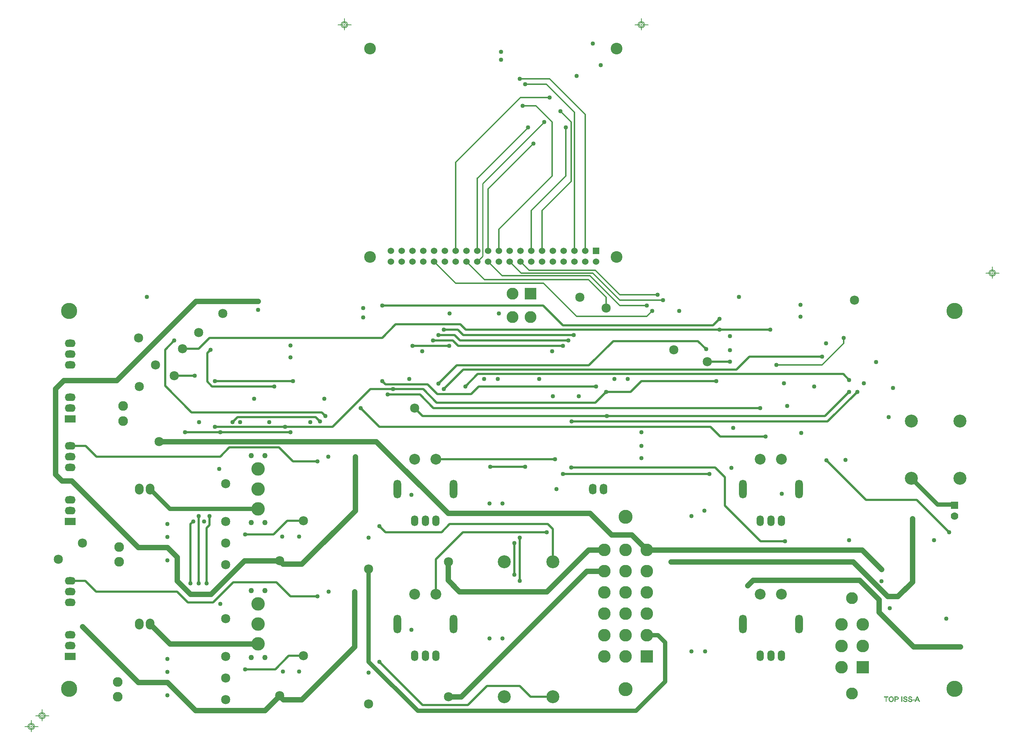
<source format=gbr>
*
*
G04 PADS VX.2.2 Build Number: 7607494 generated Gerber (RS-274-X) file*
G04 PC Version=2.1*
*
%IN "D3005H100_A.PCB"*%
*
%MOIN*%
*
%FSLAX35Y35*%
*
*
*
*
G04 PC Standard Apertures*
*
*
G04 Thermal Relief Aperture macro.*
%AMTER*
1,1,$1,0,0*
1,0,$1-$2,0,0*
21,0,$3,$4,0,0,45*
21,0,$3,$4,0,0,135*
%
*
*
G04 Annular Aperture macro.*
%AMANN*
1,1,$1,0,0*
1,0,$2,0,0*
%
*
*
G04 Odd Aperture macro.*
%AMODD*
1,1,$1,0,0*
1,0,$1-0.005,0,0*
%
*
*
G04 PC Custom Aperture Macros*
*
*
*
*
*
*
G04 PC Aperture Table*
*
%ADD010C,0.01*%
%ADD011C,0.012*%
%ADD012C,0.005*%
%ADD013C,0.09*%
%ADD014C,0.1*%
%ADD017C,0.12*%
%ADD019O,0.07X0.1*%
%ADD020O,0.1X0.07*%
%ADD021C,0.06*%
%ADD022C,0.07*%
%ADD028C,0.05*%
%ADD032C,0.11*%
%ADD034C,0.13*%
%ADD044C,0.15*%
%ADD057R,0.11X0.11*%
%ADD059C,0.001*%
%ADD061C,0.007*%
%ADD065C,0.02*%
%ADD066C,0.04*%
%ADD070R,0.06X0.06*%
%ADD071R,0.117X0.117*%
%ADD072C,0.117*%
%ADD073R,0.07X0.07*%
%ADD074O,0.08X0.1*%
%ADD075R,0.1X0.07*%
%ADD076O,0.068X0.1*%
%ADD077O,0.071X0.173*%
%ADD078C,0.125*%
%ADD079C,0.085*%
%ADD080C,0.108*%
*
*
*
*
G04 PC Circuitry*
G04 Layer Name D3005H100_A.PCB - circuitry*
%LPD*%
*
G54D59*
G01X912707Y113050D02*
X910806Y117771D01*
X910136*
X908235Y113050*
X908862*
X909386Y114490*
X909433Y114523*
X911509*
X911556Y114490*
X912080Y113050*
X912707*
X911308Y114959D02*
X909634D01*
X909584Y115009*
X909587Y115027*
X910123Y116433*
X910458Y117304*
X910553Y117299*
X910686Y116833*
X910886Y116299*
X911355Y115026*
X911308Y114959*
X908044Y114892D02*
X906336D01*
Y114456*
X908044*
Y114892*
X905699Y114340D02*
X905635Y114728D01*
X905506Y115048*
X905252Y115303*
X904860Y115498*
X904464Y115630*
X903864Y115764*
X903856Y115766*
X903525Y115899*
X903260Y115965*
X903257Y115966*
X903056Y116033*
X903027Y116058*
X902963Y116185*
X902835Y116313*
X902822Y116336*
X902755Y116604*
X902754Y116616*
X902755Y116628*
X902822Y116896*
X902831Y116914*
X903031Y117182*
X903053Y117198*
X903388Y117332*
X903399Y117335*
X903868Y117402*
X903883*
X904285Y117335*
X904295Y117332*
X904630Y117198*
X904647Y117187*
X904915Y116919*
X904929Y116892*
X904989Y116532*
X905557*
X905501Y116870*
X905373Y117191*
X905118Y117446*
X904726Y117641*
X904333Y117772*
X903808Y117838*
X903351Y117773*
X902959Y117642*
X902634Y117447*
X902377Y117191*
X902249Y116870*
X902185Y116549*
X902249Y116231*
X902376Y115976*
X902567Y115785*
X903225Y115390*
X904557Y115057*
X904567Y115054*
X904835Y114920*
X904854Y114903*
X904988Y114702*
X904993Y114693*
X905127Y114358*
X905130Y114339*
Y114138*
X905125Y114116*
X904991Y113848*
X904982Y113835*
X904848Y113701*
X904835Y113692*
X904567Y113558*
X904555Y113554*
X903953Y113420*
X903942Y113419*
X903607*
X903589Y113422*
X903254Y113556*
X903242Y113563*
X902974Y113764*
X902969Y113768*
X902768Y113969*
X902757Y113986*
X902623Y114321*
X902621Y114329*
X902562Y114624*
X901991*
X902049Y114219*
X902244Y113763*
X902503Y113439*
X902891Y113180*
X903415Y113049*
X904008Y112983*
X904466Y113049*
X904860Y113180*
X905249Y113375*
X905505Y113695*
X905635Y114019*
X905699Y114340*
X901213D02*
X901148Y114728D01*
X901020Y115048*
X900765Y115303*
X900374Y115498*
X899978Y115630*
X899378Y115764*
X899370Y115766*
X899038Y115899*
X898774Y115965*
X898770Y115966*
X898569Y116033*
X898540Y116058*
X898477Y116185*
X898349Y116313*
X898335Y116336*
X898268Y116604*
X898267Y116616*
X898268Y116628*
X898335Y116896*
X898344Y116914*
X898545Y117182*
X898566Y117198*
X898901Y117332*
X898913Y117335*
X899381Y117402*
X899397*
X899798Y117335*
X899809Y117332*
X900144Y117198*
X900160Y117187*
X900428Y116919*
X900442Y116892*
X900502Y116532*
X901070*
X901014Y116870*
X900886Y117191*
X900631Y117446*
X900240Y117641*
X899846Y117772*
X899322Y117838*
X898864Y117773*
X898472Y117642*
X898147Y117447*
X897891Y117191*
X897762Y116870*
X897698Y116549*
X897762Y116231*
X897889Y115976*
X898080Y115785*
X898738Y115390*
X900070Y115057*
X900080Y115054*
X900348Y114920*
X900367Y114903*
X900501Y114702*
X900506Y114693*
X900640Y114358*
X900644Y114339*
Y114138*
X900638Y114116*
X900505Y113848*
X900495Y113835*
X900361Y113701*
X900348Y113692*
X900080Y113558*
X900069Y113554*
X899466Y113420*
X899455Y113419*
X899121*
X899102Y113422*
X898767Y113556*
X898756Y113563*
X898488Y113764*
X898483Y113768*
X898282Y113969*
X898271Y113986*
X898137Y114321*
X898134Y114329*
X898075Y114624*
X897504*
X897562Y114219*
X897758Y113763*
X898016Y113439*
X898404Y113180*
X898929Y113049*
X899522Y112983*
X899980Y113049*
X900374Y113180*
X900762Y113375*
X901019Y113695*
X901148Y114019*
X901213Y114340*
X896459Y117771D02*
X895889D01*
Y113050*
X896459*
Y117771*
X892977Y116740D02*
X892849Y117060D01*
X892654Y117320*
X892464Y117510*
X891874Y117706*
X891614Y117771*
X889461*
Y113050*
X890030*
Y115009*
X890080Y115059*
X891750*
X892075Y115124*
X892396Y115252*
X892587Y115443*
X892912Y115898*
X892977Y116418*
Y116740*
X892407Y116683D02*
Y116415D01*
X892406Y116405*
X892339Y116071*
X892333Y116055*
X892132Y115720*
X892108Y115699*
X891773Y115565*
X891762Y115562*
X891293Y115495*
X891286*
X890080*
X890030Y115545*
Y117286*
X890080Y117336*
X891621*
X891636Y117333*
X892038Y117199*
X892058Y117187*
X892259Y116986*
X892268Y116973*
X892402Y116705*
X892407Y116683*
X888490Y115410D02*
X888424Y116070D01*
X888227Y116660*
X887900Y117118*
X887442Y117511*
X886853Y117773*
X886264Y117838*
X885805Y117772*
X885346Y117641*
X885020Y117445*
X884691Y117183*
X884364Y116789*
X884169Y116400*
X884037Y115343*
X884103Y114752*
X884300Y114161*
X884626Y113704*
X885085Y113311*
X885674Y113049*
X886263Y112983*
X886854Y113049*
X887376Y113245*
X887835Y113638*
X888228Y114097*
X888424Y114684*
X888490Y115410*
X887921Y115411D02*
X887921D01*
X887920Y115402*
X887786Y114599*
X887781Y114585*
X887447Y113915*
X887431Y113897*
X886962Y113562*
X886943Y113554*
X886273Y113420*
X886253*
X885650Y113554*
X885634Y113560*
X885099Y113895*
X885099D02*
X885081Y113913D01*
X884746Y114516*
X884741Y114532*
X884607Y115336*
X884606Y115344*
Y115813*
X884606D02*
X884608Y115826D01*
X884742Y116295*
X884744Y116300*
X884878Y116635*
X884884Y116646*
X885085Y116914*
X885099Y116926*
X885099D02*
X885634Y117261D01*
X885650Y117268*
X886253Y117401*
X886270Y117402*
X886739Y117335*
X886755Y117330*
X886755D02*
X887156Y117130D01*
X887165Y117124*
X887500Y116856*
X887513Y116839*
X887714Y116438*
X887718Y116429*
X887852Y115960*
X887853Y115953*
X887920Y115417*
X887921Y115411*
X883468Y117771D02*
X879684D01*
Y117336*
X881241*
X881291Y117286*
Y113050*
X881861*
Y117286*
X881911Y117336*
X883468*
Y117771*
X879700Y117336D02*
Y117771D01*
X879800Y117336D02*
Y117771D01*
X879900Y117336D02*
Y117771D01*
X880000Y117336D02*
Y117771D01*
X880100Y117336D02*
Y117771D01*
X880200Y117336D02*
Y117771D01*
X880300Y117336D02*
Y117771D01*
X880400Y117336D02*
Y117771D01*
X880500Y117336D02*
Y117771D01*
X880600Y117336D02*
Y117771D01*
X880700Y117336D02*
Y117771D01*
X880800Y117336D02*
Y117771D01*
X880900Y117336D02*
Y117771D01*
X881000Y117336D02*
Y117771D01*
X881100Y117336D02*
Y117771D01*
X881200Y117336D02*
Y117771D01*
X881300Y113050D02*
Y117771D01*
X881400Y113050D02*
Y117771D01*
X881500Y113050D02*
Y117771D01*
X881600Y113050D02*
Y117771D01*
X881700Y113050D02*
Y117771D01*
X881800Y113050D02*
Y117771D01*
X881900Y117335D02*
Y117771D01*
X882000Y117336D02*
Y117771D01*
X882100Y117336D02*
Y117771D01*
X882200Y117336D02*
Y117771D01*
X882300Y117336D02*
Y117771D01*
X882400Y117336D02*
Y117771D01*
X882500Y117336D02*
Y117771D01*
X882600Y117336D02*
Y117771D01*
X882700Y117336D02*
Y117771D01*
X882800Y117336D02*
Y117771D01*
X882900Y117336D02*
Y117771D01*
X883000Y117336D02*
Y117771D01*
X883100Y117336D02*
Y117771D01*
X883200Y117336D02*
Y117771D01*
X883300Y117336D02*
Y117771D01*
X883400Y117336D02*
Y117771D01*
X884100Y114776D02*
Y115848D01*
X884200Y114460D02*
Y116462D01*
X884300Y114161D02*
Y116662D01*
X884400Y114021D02*
Y116833D01*
X884500Y113881D02*
Y116953D01*
X884600Y113741D02*
Y117073D01*
X884700Y113641D02*
Y114777D01*
Y116148D02*
Y117190D01*
X884800Y113555D02*
Y114420D01*
Y116440D02*
Y117270D01*
X884900Y113469D02*
Y114240D01*
Y116667D02*
Y117350D01*
X885000Y113383D02*
Y114060D01*
Y116801D02*
Y117430D01*
X885100Y113304D02*
Y113894D01*
Y116927D02*
Y117494D01*
X885200Y113259D02*
Y113832D01*
Y116990D02*
Y117554D01*
X885300Y113215D02*
Y113769D01*
Y117052D02*
Y117614D01*
X885400Y113171D02*
Y113707D01*
Y117115D02*
Y117657D01*
X885500Y113126D02*
Y113644D01*
Y117177D02*
Y117685D01*
X885600Y113082D02*
Y113582D01*
Y117240D02*
Y117714D01*
X885700Y113046D02*
Y113543D01*
Y117279D02*
Y117742D01*
X885800Y113035D02*
Y113521D01*
Y117301D02*
Y117771D01*
X885900Y113024D02*
Y113498D01*
Y117323D02*
Y117786D01*
X886000Y113013D02*
Y113476D01*
Y117345D02*
Y117800D01*
X886100Y113001D02*
Y113454D01*
Y117368D02*
Y117815D01*
X886200Y112990D02*
Y113432D01*
Y117390D02*
Y117829D01*
X886300Y112987D02*
Y113425D01*
Y117398D02*
Y117834D01*
X886400Y112999D02*
Y113445D01*
Y117384D02*
Y117823D01*
X886500Y113010D02*
Y113465D01*
Y117369D02*
Y117812D01*
X886600Y113021D02*
Y113485D01*
Y117355D02*
Y117801D01*
X886700Y113032D02*
Y113505D01*
Y117341D02*
Y117790D01*
X886800Y113043D02*
Y113525D01*
Y117308D02*
Y117778D01*
X886900Y113066D02*
Y113545D01*
Y117258D02*
Y117752D01*
X887000Y113104D02*
Y113589D01*
Y117208D02*
Y117707D01*
X887100Y113141D02*
Y113660D01*
Y117158D02*
Y117663D01*
X887200Y113179D02*
Y113732D01*
Y117096D02*
Y117618D01*
X887300Y113216D02*
Y113803D01*
Y117016D02*
Y117574D01*
X887400Y113265D02*
Y113875D01*
Y116936D02*
Y117529D01*
X887500Y113351D02*
Y114022D01*
Y116856D02*
Y117461D01*
X887600Y113437D02*
Y114222D01*
Y116666D02*
Y117375D01*
X887700Y113522D02*
Y114422D01*
Y116466D02*
Y117290D01*
X887800Y113608D02*
Y114683D01*
Y116141D02*
Y117204D01*
X887900Y113714D02*
Y115283D01*
Y115578D02*
Y117118D01*
X888000Y113831D02*
Y116978D01*
X888100Y113947D02*
Y116838D01*
X888200Y114064D02*
Y116698D01*
X888300Y114313D02*
Y116442D01*
X888400Y114613D02*
Y116142D01*
X889500Y113050D02*
Y117771D01*
X889600Y113050D02*
Y117771D01*
X889700Y113050D02*
Y117771D01*
X889800Y113050D02*
Y117771D01*
X889900Y113050D02*
Y117771D01*
X890000Y113050D02*
Y117771D01*
X890100Y115059D02*
Y115495D01*
Y117336D02*
Y117771D01*
X890200Y115059D02*
Y115495D01*
Y117336D02*
Y117771D01*
X890300Y115059D02*
Y115495D01*
Y117336D02*
Y117771D01*
X890400Y115059D02*
Y115495D01*
Y117336D02*
Y117771D01*
X890500Y115059D02*
Y115495D01*
Y117336D02*
Y117771D01*
X890600Y115059D02*
Y115495D01*
Y117336D02*
Y117771D01*
X890700Y115059D02*
Y115495D01*
Y117336D02*
Y117771D01*
X890800Y115059D02*
Y115495D01*
Y117336D02*
Y117771D01*
X890900Y115059D02*
Y115495D01*
Y117336D02*
Y117771D01*
X891000Y115059D02*
Y115495D01*
Y117336D02*
Y117771D01*
X891100Y115059D02*
Y115495D01*
Y117336D02*
Y117771D01*
X891200Y115059D02*
Y115495D01*
Y117336D02*
Y117771D01*
X891300Y115059D02*
Y115496D01*
Y117336D02*
Y117771D01*
X891400Y115059D02*
Y115510D01*
Y117336D02*
Y117771D01*
X891500Y115059D02*
Y115525D01*
Y117336D02*
Y117771D01*
X891600Y115059D02*
Y115539D01*
Y117336D02*
Y117771D01*
X891700Y115059D02*
Y115553D01*
Y117312D02*
Y117750D01*
X891800Y115069D02*
Y115576D01*
Y117279D02*
Y117725D01*
X891900Y115089D02*
Y115616D01*
Y117245D02*
Y117698D01*
X892000Y115109D02*
Y115656D01*
Y117212D02*
Y117665D01*
X892100Y115134D02*
Y115696D01*
Y117145D02*
Y117631D01*
X892200Y115174D02*
Y115833D01*
Y117045D02*
Y117598D01*
X892300Y115214D02*
Y116000D01*
Y116909D02*
Y117565D01*
X892400Y115256D02*
Y116375D01*
Y116709D02*
Y117531D01*
X892500Y115356D02*
Y117474D01*
X892600Y115462D02*
Y117374D01*
X892700Y115602D02*
Y117259D01*
X892800Y115742D02*
Y117125D01*
X892900Y115882D02*
Y116932D01*
X895900Y113050D02*
Y117771D01*
X896000Y113050D02*
Y117771D01*
X896100Y113050D02*
Y117771D01*
X896200Y113050D02*
Y117771D01*
X896300Y113050D02*
Y117771D01*
X896400Y113050D02*
Y117771D01*
X897600Y114130D02*
Y114624D01*
X897700Y113897D02*
Y114624D01*
Y116541D02*
Y116558D01*
X897800Y113710D02*
Y114624D01*
Y116155D02*
Y116964D01*
X897900Y113585D02*
Y114624D01*
Y115965D02*
Y117200D01*
X898000Y113460D02*
Y114624D01*
Y115865D02*
Y117300D01*
X898100Y113383D02*
Y114500D01*
Y115773D02*
Y117400D01*
X898200Y113317D02*
Y114162D01*
Y115713D02*
Y117479D01*
X898300Y113250D02*
Y113951D01*
Y115653D02*
Y116478D01*
Y116754D02*
Y117539D01*
X898400Y113183D02*
Y113851D01*
Y115593D02*
Y116261D01*
Y116989D02*
Y117599D01*
X898500Y113156D02*
Y113754D01*
Y115533D02*
Y116138D01*
Y117122D02*
Y117651D01*
X898600Y113131D02*
Y113679D01*
Y115473D02*
Y116023D01*
Y117212D02*
Y117684D01*
X898700Y113106D02*
Y113604D01*
Y115413D02*
Y115989D01*
Y117252D02*
Y117718D01*
X898800Y113081D02*
Y113543D01*
Y115375D02*
Y115958D01*
Y117292D02*
Y117751D01*
X898900Y113056D02*
Y113503D01*
Y115350D02*
Y115933D01*
Y117332D02*
Y117778D01*
X899000Y113041D02*
Y113463D01*
Y115325D02*
Y115908D01*
Y117348D02*
Y117792D01*
X899100Y113030D02*
Y113423D01*
Y115300D02*
Y115874D01*
Y117362D02*
Y117806D01*
X899200Y113019D02*
Y113419D01*
Y115275D02*
Y115834D01*
Y117376D02*
Y117821D01*
X899300Y113008D02*
Y113419D01*
Y115250D02*
Y115794D01*
Y117391D02*
Y117835D01*
X899400Y112997D02*
Y113419D01*
Y115225D02*
Y115759D01*
Y117401D02*
Y117828D01*
X899500Y112986D02*
Y113427D01*
Y115200D02*
Y115736D01*
Y117385D02*
Y117816D01*
X899600Y112995D02*
Y113450D01*
Y115175D02*
Y115714D01*
Y117368D02*
Y117803D01*
X899700Y113009D02*
Y113472D01*
Y115150D02*
Y115692D01*
Y117351D02*
Y117791D01*
X899800Y113023D02*
Y113494D01*
Y115125D02*
Y115670D01*
Y117335D02*
Y117778D01*
X899900Y113037D02*
Y113516D01*
Y115100D02*
Y115648D01*
Y117296D02*
Y117754D01*
X900000Y113056D02*
Y113539D01*
Y115075D02*
Y115623D01*
Y117256D02*
Y117721D01*
X900100Y113089D02*
Y113568D01*
Y115044D02*
Y115590D01*
Y117216D02*
Y117688D01*
X900200Y113122D02*
Y113618D01*
Y114994D02*
Y115556D01*
Y117147D02*
Y117654D01*
X900300Y113156D02*
Y113668D01*
Y114944D02*
Y115523D01*
Y117047D02*
Y117611D01*
X900400Y113193D02*
Y113740D01*
Y114854D02*
Y115485D01*
Y116947D02*
Y117561D01*
X900500Y113243D02*
Y113841D01*
Y114704D02*
Y115435D01*
Y116545D02*
Y117511D01*
X900600Y113293D02*
Y114039D01*
Y114458D02*
Y115385D01*
Y116532D02*
Y117461D01*
X900700Y113343D02*
Y115335D01*
Y116532D02*
Y117377D01*
X900800Y113422D02*
Y115268D01*
Y116532D02*
Y117277D01*
X900900Y113547D02*
Y115168D01*
Y116532D02*
Y117156D01*
X901000Y113672D02*
Y115068D01*
Y116532D02*
Y116906D01*
X901100Y113898D02*
Y114848D01*
X901200Y114277D02*
Y114416D01*
X902000Y114559D02*
Y114624D01*
X902100Y114099D02*
Y114624D01*
X902200Y113866D02*
Y114624D01*
Y116474D02*
Y116625D01*
X902300Y113693D02*
Y114624D01*
Y116128D02*
Y116997D01*
X902400Y113568D02*
Y114624D01*
Y115952D02*
Y117213D01*
X902500Y113443D02*
Y114624D01*
Y115852D02*
Y117313D01*
X902600Y113374D02*
Y114433D01*
Y115765D02*
Y117413D01*
X902700Y113308D02*
Y114129D01*
Y115705D02*
Y117487D01*
X902800Y113241D02*
Y113937D01*
Y115645D02*
Y116424D01*
Y116808D02*
Y117547D01*
X902900Y113178D02*
Y113837D01*
Y115585D02*
Y116248D01*
Y117007D02*
Y117607D01*
X903000Y113153D02*
Y113744D01*
Y115525D02*
Y116111D01*
Y117140D02*
Y117656D01*
X903100Y113128D02*
Y113669D01*
Y115465D02*
Y116018D01*
Y117217D02*
Y117689D01*
X903200Y113103D02*
Y113594D01*
Y115405D02*
Y115985D01*
Y117257D02*
Y117722D01*
X903300Y113078D02*
Y113538D01*
Y115372D02*
Y115955D01*
Y117297D02*
Y117756D01*
X903400Y113053D02*
Y113498D01*
Y115347D02*
Y115930D01*
Y117335D02*
Y117780D01*
X903500Y113040D02*
Y113458D01*
Y115322D02*
Y115905D01*
Y117350D02*
Y117794D01*
X903600Y113029D02*
Y113419D01*
Y115297D02*
Y115869D01*
Y117364D02*
Y117808D01*
X903700Y113018D02*
Y113419D01*
Y115272D02*
Y115829D01*
Y117378D02*
Y117822D01*
X903800Y113007D02*
Y113419D01*
Y115247D02*
Y115789D01*
Y117392D02*
Y117837D01*
X903900Y112995D02*
Y113419D01*
Y115222D02*
Y115756D01*
Y117399D02*
Y117827D01*
X904000Y112984D02*
Y113430D01*
Y115197D02*
Y115734D01*
Y117383D02*
Y117814D01*
X904100Y112997D02*
Y113453D01*
Y115172D02*
Y115711D01*
Y117366D02*
Y117802D01*
X904200Y113011D02*
Y113475D01*
Y115147D02*
Y115689D01*
Y117349D02*
Y117789D01*
X904300Y113025D02*
Y113497D01*
Y115122D02*
Y115667D01*
Y117330D02*
Y117777D01*
X904400Y113039D02*
Y113519D01*
Y115097D02*
Y115645D01*
Y117290D02*
Y117750D01*
X904500Y113060D02*
Y113542D01*
Y115072D02*
Y115618D01*
Y117250D02*
Y117717D01*
X904600Y113093D02*
Y113574D01*
Y115037D02*
Y115585D01*
Y117210D02*
Y117683D01*
X904700Y113127D02*
Y113624D01*
Y114987D02*
Y115552D01*
Y117134D02*
Y117650D01*
X904800Y113160D02*
Y113674D01*
Y114937D02*
Y115518D01*
Y117034D02*
Y117604D01*
X904900Y113200D02*
Y113753D01*
Y114834D02*
Y115478D01*
Y116934D02*
Y117554D01*
X905000Y113250D02*
Y113866D01*
Y114675D02*
Y115428D01*
Y116532D02*
Y117504D01*
X905100Y113300D02*
Y114066D01*
Y114425D02*
Y115378D01*
Y116532D02*
Y117454D01*
X905200Y113350D02*
Y115328D01*
Y116532D02*
Y117363D01*
X905300Y113438D02*
Y115254D01*
Y116532D02*
Y117263D01*
X905400Y113563D02*
Y115154D01*
Y116532D02*
Y117122D01*
X905500Y113688D02*
Y115054D01*
Y116532D02*
Y116872D01*
X905600Y113931D02*
Y114814D01*
X906400Y114456D02*
Y114892D01*
X906500Y114456D02*
Y114892D01*
X906600Y114456D02*
Y114892D01*
X906700Y114456D02*
Y114892D01*
X906800Y114456D02*
Y114892D01*
X906900Y114456D02*
Y114892D01*
X907000Y114456D02*
Y114892D01*
X907100Y114456D02*
Y114892D01*
X907200Y114456D02*
Y114892D01*
X907300Y114456D02*
Y114892D01*
X907400Y114456D02*
Y114892D01*
X907500Y114456D02*
Y114892D01*
X907600Y114456D02*
Y114892D01*
X907700Y114456D02*
Y114892D01*
X907800Y114456D02*
Y114892D01*
X907900Y114456D02*
Y114892D01*
X908000Y114456D02*
Y114892D01*
X908300Y113050D02*
Y113212D01*
X908400Y113050D02*
Y113460D01*
X908500Y113050D02*
Y113709D01*
X908600Y113050D02*
Y113957D01*
X908700Y113050D02*
Y114205D01*
X908800Y113050D02*
Y114453D01*
X908900Y113154D02*
Y114702D01*
X909000Y113429D02*
Y114950D01*
X909100Y113704D02*
Y115198D01*
X909200Y113979D02*
Y115446D01*
X909300Y114254D02*
Y115695D01*
X909400Y114511D02*
Y115943D01*
X909500Y114523D02*
Y116191D01*
X909600Y114523D02*
Y114972D01*
Y115060D02*
Y116440D01*
X909700Y114523D02*
Y114959D01*
Y115323D02*
Y116688D01*
X909800Y114523D02*
Y114959D01*
Y115585D02*
Y116936D01*
X909900Y114523D02*
Y114959D01*
Y115848D02*
Y117184D01*
X910000Y114523D02*
Y114959D01*
Y116110D02*
Y117433D01*
X910100Y114523D02*
Y114959D01*
Y116373D02*
Y117681D01*
X910200Y114523D02*
Y114959D01*
Y116633D02*
Y117771D01*
X910300Y114523D02*
Y114959D01*
Y116893D02*
Y117771D01*
X910400Y114523D02*
Y114959D01*
Y117153D02*
Y117771D01*
X910500Y114523D02*
Y114959D01*
Y117336D02*
Y117771D01*
X910600Y114523D02*
Y114959D01*
Y117133D02*
Y117771D01*
X910700Y114523D02*
Y114959D01*
Y116795D02*
Y117771D01*
X910800Y114523D02*
Y114959D01*
Y116528D02*
Y117771D01*
X910900Y114523D02*
Y114959D01*
Y116261D02*
Y117537D01*
X911000Y114523D02*
Y114959D01*
Y115990D02*
Y117289D01*
X911100Y114523D02*
Y114959D01*
Y115718D02*
Y117040D01*
X911200Y114523D02*
Y114959D01*
Y115447D02*
Y116792D01*
X911300Y114523D02*
Y114959D01*
Y115175D02*
Y116544D01*
X911400Y114523D02*
Y116295D01*
X911500Y114523D02*
Y116047D01*
X911600Y114369D02*
Y115799D01*
X911700Y114094D02*
Y115551D01*
X911800Y113819D02*
Y115302D01*
X911900Y113544D02*
Y115054D01*
X912000Y113269D02*
Y114806D01*
X912100Y113050D02*
Y114558D01*
X912200Y113050D02*
Y114309D01*
X912300Y113050D02*
Y114061D01*
X912400Y113050D02*
Y113813D01*
X912500Y113050D02*
Y113564D01*
X912600Y113050D02*
Y113316D01*
X912700Y113050D02*
Y113068D01*
*
G04 PC Custom Flashes*
G04 Layer Name D3005H100_A.PCB - flashes*
%LPD*%
*
*
G04 PC Circuitry*
G04 Layer Name D3005H100_A.PCB - circuitry*
%LPD*%
*
G54D10*
X503000Y520600D02*
X503000D01*
X508000Y525600*
Y593000*
X565000Y650000*
X503000Y598000D02*
X550000Y645000D01*
X550000*
G54D11*
X780000Y425000D02*
X822500D01*
X842500Y445000*
Y450000*
X463000Y520600D02*
X483100Y500500D01*
X564500*
X595000Y470000*
X660000*
X665000Y475000*
X483000Y530600D02*
Y612500D01*
X543000Y672500*
X570000*
X493000Y520600D02*
X509600Y504000D01*
X606000*
X622500Y487500*
Y477500*
X503000Y530600D02*
Y598000D01*
X513000Y520600D02*
X526100Y507500D01*
X607500*
X635000Y480000*
X660000*
X513000Y530600D02*
Y588000D01*
X555000Y630000*
X555000*
X523000Y530600D02*
Y550500D01*
X523000*
X572500Y600000*
Y650000*
X533000Y520600D02*
X543600Y510000D01*
X610000*
X635000Y485000*
X675000*
X543000Y520600D02*
X551100Y512500D01*
X612500*
X635000Y490000*
X670000*
X553000Y530600D02*
Y568000D01*
X563000Y530600D02*
Y568000D01*
X590000Y595000*
Y650000*
X553000Y568000D02*
X585000Y600000D01*
Y645000*
X572500Y650000D02*
X557500Y665000D01*
X545000*
X593000Y659000D02*
Y650000D01*
Y530600*
X580000Y660000D02*
X580000D01*
X590000Y650000*
X542500Y690000D02*
X570000D01*
X603000Y657000*
Y530600*
X547500Y685000D02*
X567000D01*
X593000Y659000*
G54D12*
X980000Y510000D02*
Y510500D01*
Y510000D02*
X980500D01*
X980000D02*
Y509500D01*
Y510000D02*
X979500D01*
X981500D02*
X986500D01*
X980000Y508500D02*
Y505100D01*
Y511500D02*
Y516000D01*
X974000Y510000D02*
X978500D01*
X983000D02*
G75*
G03X983000I-3000J0D01*
G01X982000D02*
G03X982000I-2000J0D01*
G01X655000Y740000D02*
Y740500D01*
Y740000D02*
X655500D01*
X655000D02*
Y739500D01*
Y740000D02*
X654500D01*
X656500D02*
X661500D01*
X655000Y738500D02*
Y735100D01*
Y741500D02*
Y746000D01*
X649000Y740000D02*
X653500D01*
X658000D02*
G03X658000I-3000J0D01*
G01X657000D02*
G03X657000I-2000J0D01*
G01X380000D02*
Y740500D01*
Y740000D02*
X380500D01*
X380000D02*
Y739500D01*
Y740000D02*
X379500D01*
X381500D02*
X386500D01*
X380000Y738500D02*
Y735100D01*
Y741500D02*
Y746000D01*
X374000Y740000D02*
X378500D01*
X383000D02*
G03X383000I-3000J0D01*
G01X382000D02*
G03X382000I-2000J0D01*
G54D13*
G01X171500Y242500D03*
Y256300D03*
X170000Y117500D03*
Y131300D03*
X175000Y373000D03*
Y386800D03*
G54D14*
X464850Y337600D03*
X445150D03*
X464850Y212600D03*
X445150D03*
X784850Y337600D03*
X765150D03*
X784850Y212600D03*
X765150D03*
G54D17*
X950000Y373000D03*
X905000D03*
X950000Y320000D03*
X905000D03*
X573000Y242500D03*
X528000D03*
X573000Y117500D03*
X528000D03*
G54D19*
X620000Y310000D03*
X610000D03*
G54D20*
X126000Y290000D03*
Y300000D03*
Y330000D03*
Y340000D03*
Y350000D03*
Y165000D03*
Y175000D03*
Y205000D03*
Y215000D03*
Y225000D03*
Y385000D03*
Y395000D03*
Y425000D03*
Y435000D03*
Y445000D03*
G54D21*
X613000Y520600D03*
X603000Y530600D03*
Y520600D03*
X593000Y530600D03*
Y520600D03*
X583000Y530600D03*
Y520600D03*
X573000Y530600D03*
Y520600D03*
X563000Y530600D03*
Y520600D03*
X553000Y530600D03*
Y520600D03*
X543000Y530600D03*
Y520600D03*
X533000Y530600D03*
Y520600D03*
X523000Y530600D03*
Y520600D03*
X513000Y530600D03*
Y520600D03*
X503000Y530600D03*
Y520600D03*
X493000Y530600D03*
Y520600D03*
X483000Y530600D03*
Y520600D03*
X473000Y530600D03*
Y520600D03*
X463000Y530600D03*
Y520600D03*
X453000Y530600D03*
Y520600D03*
X443000Y530600D03*
Y520600D03*
X433000Y530600D03*
Y520600D03*
X423000Y530600D03*
Y520600D03*
G54D22*
X945000Y285000D03*
G54D28*
X293750Y341000D03*
X306250D03*
X293750Y279000D03*
X306250D03*
X293750Y216000D03*
X306250D03*
X293750Y154000D03*
X306250D03*
X320000Y118500D02*
X323500Y115000D01*
X340500*
X389500Y164000*
Y215000*
X476500Y117500D02*
X488200D01*
X604500Y233800*
X620600*
X216000Y131000D02*
X242000Y105000D01*
X306500*
X320000Y118500*
X137500Y182500D02*
X189000Y131000D01*
X216000*
X200000Y185000D02*
X218500Y166500D01*
X300000*
X476000Y225500D02*
Y242000D01*
X476500Y242500*
X476000Y225500D02*
X486500Y215000D01*
X567500*
X606000Y253500*
X620600*
X753500Y220500D02*
X758500Y225500D01*
X857000*
X875000Y207500*
Y196000*
X907000Y164000*
X950500*
X885000Y210500D02*
X892500D01*
X906000Y224000*
Y282500*
X216000Y256000D02*
X225000Y247000D01*
Y225000*
X237500Y212500*
X256500*
X287500Y243500*
X320000*
X323000Y240500*
X340500*
X340500*
X390000Y290000*
Y340000*
X682500Y242500D02*
X851000D01*
X883000Y210500*
X885000*
X660000Y253500D02*
X859500D01*
X877500Y235500*
X137500Y307500D02*
X189000Y256000D01*
X216000*
X112500Y323500D02*
Y403000D01*
X120000Y410500*
X169000*
X242500Y484000*
X300000*
X112500Y323500D02*
X118500Y317500D01*
X127500*
X137500Y307500*
X208500Y354000D02*
X409500D01*
X476000Y287500*
X607500*
X627500Y267500*
X646000*
X660000Y253500*
G54D32*
X850150Y120600D03*
Y208800D03*
X552250Y469150D03*
X535750Y490850D03*
Y469150D03*
G54D34*
X640300Y124500D03*
Y284300D03*
G54D44*
X125000Y125000D03*
Y475000D03*
X945000Y125000D03*
Y475000D03*
G54D57*
X552250Y490850D03*
G54D59*
G54D61*
X100000Y100000D02*
Y100500D01*
Y100000D02*
X100500D01*
X100000D02*
Y99500D01*
Y100000D02*
X99500D01*
X101500D02*
X106500D01*
X100000Y98500D02*
Y95100D01*
Y101500D02*
Y106000D01*
X94000Y100000D02*
X98500D01*
X103000D02*
G03X103000I-3000J0D01*
G01X102000D02*
G03X102000I-2000J0D01*
G01X90000Y90000D02*
Y90500D01*
Y90000D02*
X90500D01*
X90000D02*
Y89500D01*
Y90000D02*
X89500D01*
X91500D02*
X96500D01*
X90000Y88500D02*
Y85100D01*
Y91500D02*
Y96000D01*
X84000Y90000D02*
X88500D01*
X93000D02*
G03X93000I-3000J0D01*
G01X92000D02*
G03X92000I-2000J0D01*
G54D65*
G01X288000Y143000D02*
X316000D01*
X328500Y155500*
X342000*
X412500Y150000D02*
X452500Y110000D01*
X494500*
X512000Y127500*
X542500*
X552500Y117500*
X573000*
X126000Y225000D02*
X140000D01*
X150000Y215000*
X225000*
X235000Y205000*
X258500*
X277000Y223500*
X317000*
X330000Y210500*
X355000*
X245000Y222500D02*
Y285000D01*
X252500Y222500D02*
Y274000D01*
X255000Y276500*
Y285000*
X237500Y222500D02*
Y277500D01*
X240000Y280000*
X464850Y212600D02*
Y245000D01*
X489850Y270000*
X567500*
X288000Y268000D02*
X314500D01*
X327000Y280500*
X342000*
X412500Y275500D02*
X418000Y270000D01*
X470000*
X477500Y277500*
X568500*
X573000Y273000*
Y270000*
Y242500*
X537500Y260000D02*
Y230500D01*
X542500Y265000D02*
Y225000D01*
X126000Y350000D02*
X140500D01*
X150500Y340000*
X265000*
X273500Y348500*
X319500*
X332500Y335500*
X355000*
X464850Y337600D02*
X464950Y337500D01*
X575000*
X515000Y330500D02*
X547500D01*
X590000Y330000D02*
X723500D01*
X732500Y321000*
Y294500*
X765500Y261500*
X788000*
X582500Y324000D02*
X718000D01*
X826500Y336500D02*
X863000Y300000D01*
X910000*
X940000Y270000*
X232500Y362500D02*
X265000D01*
X276500Y372000D02*
X281000Y376500D01*
X353500*
X357500Y372500*
X265000Y362500D02*
X330000D01*
X260000Y367500D02*
X325000D01*
X369000*
X404000Y402500*
X425000*
X395000Y385000D02*
X412500Y367500D01*
X719000*
X728000Y358500*
X770000*
X420000Y397500D02*
X450000D01*
X462500Y385000*
X765000*
X445000D02*
X452500Y377500D01*
X623000*
X590500Y372500D02*
X827500D01*
X855000Y400000*
X623000Y377500D02*
X825000D01*
X847500Y400000*
X214000Y439000D02*
Y405500D01*
X238500Y381000*
X359000*
X362500Y377500*
X214000Y439000D02*
X222500Y447500D01*
X253000Y436000D02*
Y409500D01*
X257500Y405000*
X315000*
X253000Y436000D02*
X256000Y439000D01*
X222500Y415000D02*
X241500D01*
X260000Y410000D02*
X332500D01*
X415000D02*
X418000Y407000D01*
X457000*
X466000Y398000*
X497500*
X504500Y405000*
X613000*
X425000Y402500D02*
X453000D01*
X465500Y390000*
X612500*
X622500Y400000*
X492000Y405000D02*
X503500Y416500D01*
X842000*
X847500Y411000*
X472000Y402500D02*
X490000Y420500D01*
X743000*
X755000Y432500*
X822500*
X467000Y407500D02*
X484000Y424500D01*
X606500*
X629000Y447000*
X707500*
X715000Y439500*
X622500Y400000D02*
X645000D01*
X655000Y410000*
X724500*
X716000Y428000D02*
X737000D01*
X230000Y440000D02*
X245000D01*
X255000Y450000*
X415000*
X427500Y462500*
X487500*
X492500Y457500*
X727500*
X443000Y442500D02*
X477000D01*
X472000Y457500D02*
X485000D01*
X490000Y452500*
X592500*
X467000D02*
X482000D01*
X487000Y447500*
X587500*
X462000D02*
X480500D01*
X485500Y442500*
X582500*
X727500Y457500D02*
X774500D01*
X415000Y480000D02*
X564000D01*
X582500Y461500*
X721500*
X727500Y467500*
G54D66*
X660000Y174700D02*
X670500D01*
X677200Y168000*
X402500Y236000D02*
Y150000D01*
X448000Y104500*
X650200*
X677200Y131500*
Y168000*
X200000Y310000D02*
X218500Y291500D01*
X300000*
X905000Y320000D02*
X929500Y295500D01*
X944500*
X945000Y295000*
X216000Y119000D03*
X340500Y115000D03*
X216000Y140500D03*
Y131000D03*
Y152500D03*
X288000Y143000D03*
X323000Y141000D03*
X338000D03*
X402500Y140000D03*
X412500Y150000D03*
X701500Y159500D03*
X714000D03*
X137500Y182500D03*
X442000Y179500D03*
X526500Y171500D03*
X514500D03*
X885000Y199500D03*
X937500Y190000D03*
X950500Y164000D03*
X245000Y222500D03*
X252500D03*
X237500D03*
X265000Y203500D03*
X365500Y215000D03*
X355000Y210500D03*
X389500Y215000D03*
X537500Y230500D03*
X542500Y225000D03*
X753500Y220500D03*
X877500Y224500D03*
X885000Y210500D03*
X877500Y235500D03*
X216000Y244000D03*
Y265500D03*
Y256000D03*
Y277500D03*
X288000Y268000D03*
X322500Y266000D03*
X338000D03*
X340500Y240500D03*
X402500Y265000D03*
X412500Y275500D03*
X567500Y270000D03*
X537500Y260000D03*
X542500Y265000D03*
X682500Y242500D03*
X788000Y261500D03*
X847500Y262500D03*
X926000D03*
X940000Y270000D03*
X137500Y307500D03*
X250000Y280000D03*
X240000D03*
X245000Y285000D03*
X255000D03*
X442000Y304500D03*
X526500Y296500D03*
X514500D03*
X576500Y310000D03*
X701500Y285000D03*
X713500Y290000D03*
X785000Y305500D03*
X906000Y282500D03*
X264000Y328500D03*
X365000Y340000D03*
X355000Y335500D03*
X390000Y340000D03*
X515000Y330500D03*
X547500D03*
X590000Y330000D03*
X582500Y324000D03*
X575000Y337500D03*
X655000Y338500D03*
Y350000D03*
X718000Y324000D03*
X738500Y329500D03*
X770000Y358500D03*
X844000Y337000D03*
X826500Y336500D03*
X232500Y362500D03*
X245500Y372000D03*
X276500D03*
X265000Y362500D03*
X260000Y367500D03*
X283500Y372000D03*
X330000Y362500D03*
X325000Y367500D03*
X296500Y393500D03*
X310500Y372000D03*
X357500Y372500D03*
X362500Y377500D03*
X361500Y393500D03*
X348500Y372000D03*
X395000Y385000D03*
X420000Y397500D03*
X573000Y396000D03*
X590500Y372500D03*
X597000Y396000D03*
X623000Y377500D03*
X655000Y362500D03*
X765000Y385000D03*
X740000Y366500D03*
X790000Y387000D03*
X803000Y362000D03*
X884000Y376500D03*
X241500Y415000D03*
X256000Y439000D03*
X260000Y410000D03*
X330000Y432000D03*
X315000Y405000D03*
X332500Y410000D03*
X415000D03*
X425000Y402500D03*
X452000Y437500D03*
X440000Y412000D03*
X492000Y405000D03*
X472000Y402500D03*
X467000Y407500D03*
X522000Y412000D03*
X509500D03*
X572500Y437500D03*
X560500Y412000D03*
X613000Y405000D03*
X622500Y400000D03*
X642500Y412000D03*
X630000D03*
X715000Y439500D03*
X724500Y410000D03*
X737000Y438500D03*
Y428000D03*
X787000Y408000D03*
X780000Y425000D03*
X847500Y411000D03*
X822500Y432500D03*
X847500Y400000D03*
X815000Y405000D03*
X855000Y400000D03*
X888000Y403500D03*
X872500Y427500D03*
X861000Y408000D03*
X222500Y447500D03*
X300000Y476000D03*
X330000Y443000D03*
X397500Y469000D03*
Y477500D03*
X443000Y442500D03*
X472000Y457500D03*
X467000Y452500D03*
X462000Y447500D03*
X477000Y442500D03*
X477500Y472500D03*
X523000D03*
X587500Y447500D03*
X582500Y442500D03*
X592500Y452500D03*
X665000Y475000D03*
X690000D03*
X727500Y467500D03*
Y457500D03*
X737000Y451500D03*
X774500Y457500D03*
X802500Y469500D03*
X826000Y445000D03*
X842500Y450000D03*
X197000Y488000D03*
X300000Y484000D03*
X415000Y480000D03*
X660000D03*
X675000Y485000D03*
X670000Y490000D03*
X745500Y488000D03*
X802500Y480500D03*
X555000Y630000D03*
X570000Y672500D03*
X550000Y645000D03*
X565000Y650000D03*
X545000Y665000D03*
X580000Y660000D03*
X585000Y645000D03*
X525000Y707500D03*
Y715000D03*
X542500Y690000D03*
X547500Y685000D03*
X595000Y692500D03*
X617500Y702500D03*
X610000Y722500D03*
G54D70*
X613000Y530600D03*
G54D71*
X660000Y155000D03*
X860000Y145000D03*
G54D72*
X640300Y155000D03*
X620600D03*
X660000Y174700D03*
X640300D03*
X620600D03*
X660000Y194400D03*
X640300D03*
X620600D03*
X660000Y214100D03*
X640300D03*
X620600D03*
X660000Y233800D03*
X640300D03*
X620600D03*
X660000Y253500D03*
X640300D03*
X620600D03*
X840300Y145000D03*
X860000Y164700D03*
X840300D03*
X860000Y184400D03*
X840300D03*
G54D73*
X945000Y295000D03*
G54D74*
X190000Y310000D03*
X200000D03*
X190000Y185000D03*
X200000D03*
G54D75*
X126000Y280000D03*
Y155000D03*
Y375000D03*
G54D76*
X445150Y280500D03*
X455000D03*
X464850D03*
X445150Y155500D03*
X455000D03*
X464850D03*
X765150Y280500D03*
X775000D03*
X784850D03*
X765150Y155500D03*
X775000D03*
X784850D03*
G54D77*
X429000Y310028D03*
X481000Y310000D03*
X429000Y185028D03*
X481000Y185000D03*
X749000Y310028D03*
X801000Y310000D03*
X749000Y185028D03*
X801000Y185000D03*
G54D78*
X300000Y291500D03*
Y310000D03*
Y328500D03*
Y166500D03*
Y185000D03*
Y203500D03*
G54D79*
X852500Y485000D03*
X402500Y111000D03*
X320000Y118500D03*
X115000Y245000D03*
X208500Y354000D03*
X205000Y425000D03*
X189500Y450000D03*
X342000Y280500D03*
X476500Y242500D03*
X342000Y155500D03*
X476500Y117500D03*
X267500Y472500D03*
X270000Y315000D03*
Y190000D03*
X598000Y487500D03*
X445000Y385000D03*
X230000Y440000D03*
X245000Y455000D03*
X270000Y280000D03*
Y260000D03*
Y240000D03*
Y155000D03*
X716000Y428000D03*
X270000Y135000D03*
Y115000D03*
X685000Y439000D03*
X222500Y415000D03*
X190000Y405000D03*
X402500Y236000D03*
X320000Y243500D03*
X137500Y260000D03*
X622500Y477500D03*
G54D80*
X403800Y524900D03*
Y717800D03*
X632100Y524900D03*
Y717800D03*
G74*
X0Y0D02*
M02*

</source>
